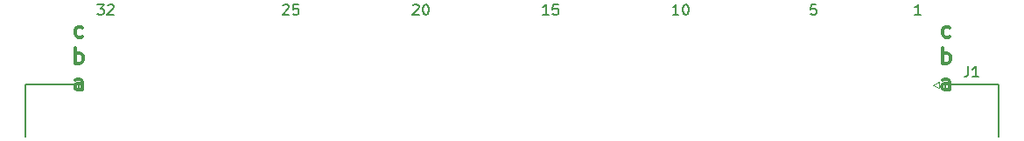
<source format=gbr>
G04 #@! TF.GenerationSoftware,KiCad,Pcbnew,(5.1.4-0-10_14)*
G04 #@! TF.CreationDate,2019-11-29T23:10:49+01:00*
G04 #@! TF.ProjectId,Eurocard_3U_VME,4575726f-6361-4726-945f-33555f564d45,rev?*
G04 #@! TF.SameCoordinates,Original*
G04 #@! TF.FileFunction,Legend,Top*
G04 #@! TF.FilePolarity,Positive*
%FSLAX46Y46*%
G04 Gerber Fmt 4.6, Leading zero omitted, Abs format (unit mm)*
G04 Created by KiCad (PCBNEW (5.1.4-0-10_14)) date 2019-11-29 23:10:49*
%MOMM*%
%LPD*%
G04 APERTURE LIST*
%ADD10C,0.150000*%
%ADD11C,0.300000*%
%ADD12C,0.120000*%
G04 APERTURE END LIST*
D10*
X9883452Y13147619D02*
X10502500Y13147619D01*
X10169166Y12766666D01*
X10312023Y12766666D01*
X10407261Y12719047D01*
X10454880Y12671428D01*
X10502500Y12576190D01*
X10502500Y12338095D01*
X10454880Y12242857D01*
X10407261Y12195238D01*
X10312023Y12147619D01*
X10026309Y12147619D01*
X9931071Y12195238D01*
X9883452Y12242857D01*
X10883452Y13052380D02*
X10931071Y13100000D01*
X11026309Y13147619D01*
X11264404Y13147619D01*
X11359642Y13100000D01*
X11407261Y13052380D01*
X11454880Y12957142D01*
X11454880Y12861904D01*
X11407261Y12719047D01*
X10835833Y12147619D01*
X11454880Y12147619D01*
X27835833Y13052380D02*
X27883452Y13100000D01*
X27978690Y13147619D01*
X28216785Y13147619D01*
X28312023Y13100000D01*
X28359642Y13052380D01*
X28407261Y12957142D01*
X28407261Y12861904D01*
X28359642Y12719047D01*
X27788214Y12147619D01*
X28407261Y12147619D01*
X29312023Y13147619D02*
X28835833Y13147619D01*
X28788214Y12671428D01*
X28835833Y12719047D01*
X28931071Y12766666D01*
X29169166Y12766666D01*
X29264404Y12719047D01*
X29312023Y12671428D01*
X29359642Y12576190D01*
X29359642Y12338095D01*
X29312023Y12242857D01*
X29264404Y12195238D01*
X29169166Y12147619D01*
X28931071Y12147619D01*
X28835833Y12195238D01*
X28788214Y12242857D01*
X40407261Y13052380D02*
X40454880Y13100000D01*
X40550119Y13147619D01*
X40788214Y13147619D01*
X40883452Y13100000D01*
X40931071Y13052380D01*
X40978690Y12957142D01*
X40978690Y12861904D01*
X40931071Y12719047D01*
X40359642Y12147619D01*
X40978690Y12147619D01*
X41597738Y13147619D02*
X41692976Y13147619D01*
X41788214Y13100000D01*
X41835833Y13052380D01*
X41883452Y12957142D01*
X41931071Y12766666D01*
X41931071Y12528571D01*
X41883452Y12338095D01*
X41835833Y12242857D01*
X41788214Y12195238D01*
X41692976Y12147619D01*
X41597738Y12147619D01*
X41502500Y12195238D01*
X41454880Y12242857D01*
X41407261Y12338095D01*
X41359642Y12528571D01*
X41359642Y12766666D01*
X41407261Y12957142D01*
X41454880Y13052380D01*
X41502500Y13100000D01*
X41597738Y13147619D01*
X53550119Y12147619D02*
X52978690Y12147619D01*
X53264404Y12147619D02*
X53264404Y13147619D01*
X53169166Y13004761D01*
X53073928Y12909523D01*
X52978690Y12861904D01*
X54454880Y13147619D02*
X53978690Y13147619D01*
X53931071Y12671428D01*
X53978690Y12719047D01*
X54073928Y12766666D01*
X54312023Y12766666D01*
X54407261Y12719047D01*
X54454880Y12671428D01*
X54502500Y12576190D01*
X54502500Y12338095D01*
X54454880Y12242857D01*
X54407261Y12195238D01*
X54312023Y12147619D01*
X54073928Y12147619D01*
X53978690Y12195238D01*
X53931071Y12242857D01*
X66121547Y12147619D02*
X65550119Y12147619D01*
X65835833Y12147619D02*
X65835833Y13147619D01*
X65740595Y13004761D01*
X65645357Y12909523D01*
X65550119Y12861904D01*
X66740595Y13147619D02*
X66835833Y13147619D01*
X66931071Y13100000D01*
X66978690Y13052380D01*
X67026309Y12957142D01*
X67073928Y12766666D01*
X67073928Y12528571D01*
X67026309Y12338095D01*
X66978690Y12242857D01*
X66931071Y12195238D01*
X66835833Y12147619D01*
X66740595Y12147619D01*
X66645357Y12195238D01*
X66597738Y12242857D01*
X66550119Y12338095D01*
X66502500Y12528571D01*
X66502500Y12766666D01*
X66550119Y12957142D01*
X66597738Y13052380D01*
X66645357Y13100000D01*
X66740595Y13147619D01*
X79407261Y13147619D02*
X78931071Y13147619D01*
X78883452Y12671428D01*
X78931071Y12719047D01*
X79026309Y12766666D01*
X79264404Y12766666D01*
X79359642Y12719047D01*
X79407261Y12671428D01*
X79454880Y12576190D01*
X79454880Y12338095D01*
X79407261Y12242857D01*
X79359642Y12195238D01*
X79264404Y12147619D01*
X79026309Y12147619D01*
X78931071Y12195238D01*
X78883452Y12242857D01*
X89550119Y12147619D02*
X88978690Y12147619D01*
X89264404Y12147619D02*
X89264404Y13147619D01*
X89169166Y13004761D01*
X89073928Y12909523D01*
X88978690Y12861904D01*
D11*
X8457142Y10042857D02*
X8314285Y9971428D01*
X8028571Y9971428D01*
X7885714Y10042857D01*
X7814285Y10114285D01*
X7742857Y10257142D01*
X7742857Y10685714D01*
X7814285Y10828571D01*
X7885714Y10900000D01*
X8028571Y10971428D01*
X8314285Y10971428D01*
X8457142Y10900000D01*
X7778571Y7421428D02*
X7778571Y8921428D01*
X7778571Y8350000D02*
X7921428Y8421428D01*
X8207142Y8421428D01*
X8350000Y8350000D01*
X8421428Y8278571D01*
X8492857Y8135714D01*
X8492857Y7707142D01*
X8421428Y7564285D01*
X8350000Y7492857D01*
X8207142Y7421428D01*
X7921428Y7421428D01*
X7778571Y7492857D01*
X8421428Y4871428D02*
X8421428Y5657142D01*
X8350000Y5800000D01*
X8207142Y5871428D01*
X7921428Y5871428D01*
X7778571Y5800000D01*
X8421428Y4942857D02*
X8278571Y4871428D01*
X7921428Y4871428D01*
X7778571Y4942857D01*
X7707142Y5085714D01*
X7707142Y5228571D01*
X7778571Y5371428D01*
X7921428Y5442857D01*
X8278571Y5442857D01*
X8421428Y5514285D01*
X92357142Y10042857D02*
X92214285Y9971428D01*
X91928571Y9971428D01*
X91785714Y10042857D01*
X91714285Y10114285D01*
X91642857Y10257142D01*
X91642857Y10685714D01*
X91714285Y10828571D01*
X91785714Y10900000D01*
X91928571Y10971428D01*
X92214285Y10971428D01*
X92357142Y10900000D01*
X91678571Y7421428D02*
X91678571Y8921428D01*
X91678571Y8350000D02*
X91821428Y8421428D01*
X92107142Y8421428D01*
X92250000Y8350000D01*
X92321428Y8278571D01*
X92392857Y8135714D01*
X92392857Y7707142D01*
X92321428Y7564285D01*
X92250000Y7492857D01*
X92107142Y7421428D01*
X91821428Y7421428D01*
X91678571Y7492857D01*
X92321428Y4871428D02*
X92321428Y5657142D01*
X92250000Y5800000D01*
X92107142Y5871428D01*
X91821428Y5871428D01*
X91678571Y5800000D01*
X92321428Y4942857D02*
X92178571Y4871428D01*
X91821428Y4871428D01*
X91678571Y4942857D01*
X91607142Y5085714D01*
X91607142Y5228571D01*
X91678571Y5371428D01*
X91821428Y5442857D01*
X92178571Y5442857D01*
X92321428Y5514285D01*
D10*
X91900000Y4860000D02*
X91900000Y5360000D01*
X91900000Y5360000D02*
X97100000Y5360000D01*
X97100000Y5360000D02*
X97100000Y260000D01*
X8100000Y4860000D02*
X8100000Y5360000D01*
X8100000Y5360000D02*
X2900000Y5360000D01*
X2900000Y5360000D02*
X2900000Y260000D01*
D12*
X90720000Y5300000D02*
X91320000Y5000000D01*
X91320000Y5000000D02*
X91320000Y5600000D01*
X91320000Y5600000D02*
X90720000Y5300000D01*
D10*
X94116666Y7117619D02*
X94116666Y6403333D01*
X94069047Y6260476D01*
X93973809Y6165238D01*
X93830952Y6117619D01*
X93735714Y6117619D01*
X95116666Y6117619D02*
X94545238Y6117619D01*
X94830952Y6117619D02*
X94830952Y7117619D01*
X94735714Y6974761D01*
X94640476Y6879523D01*
X94545238Y6831904D01*
M02*

</source>
